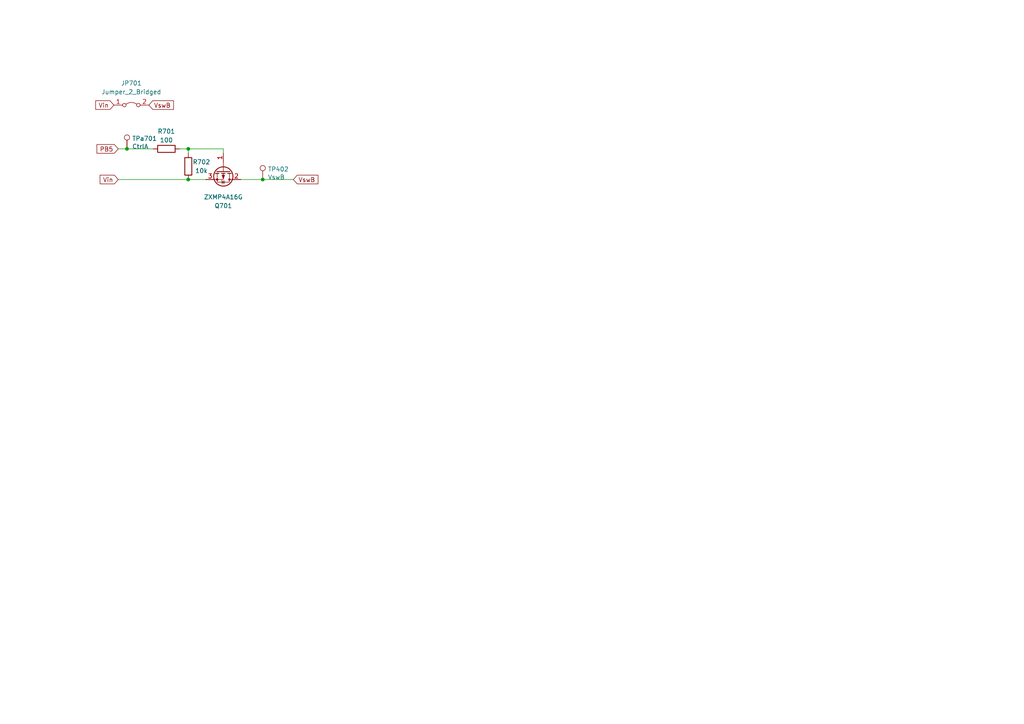
<source format=kicad_sch>
(kicad_sch (version 20211123) (generator eeschema)
  (paper "A4")
  (lib_symbols
    (symbol "Connector:TestPoint" (pin_numbers hide) (pin_names (offset 0.762) hide)
      (property "Reference" "TP" (at 0 6.858 0))
      (property "Value" "TestPoint" (at 0 5.08 0))
      (symbol "TestPoint_0_1"
        (circle (center 0 3.302) (radius 0.762))
      )
      (symbol "TestPoint_1_1"
        (pin passive line (at 0 0 90) (length 2.54) (name "1") (number "1"))
      )
    )
    (symbol "Device:R" (pin_numbers hide) (pin_names (offset 0))
      (property "Reference" "R" (at 2.032 0 90))
      (property "Value" "R" (at 0 0 90))
      (symbol "R_0_1"
        (rectangle (start -1.016 -2.54) (end 1.016 2.54) (stroke (width 0.254)))
      )
      (symbol "R_1_1"
        (pin passive line (at 0 3.81 270) (length 1.27) (name "~") (number "1"))
        (pin passive line (at 0 -3.81 90) (length 1.27) (name "~") (number "2"))
      )
    )
    (symbol "Jumper:Jumper_2_Bridged" (pin_names (offset 0) hide)
      (property "Reference" "JP" (at 0 1.905 0))
      (property "Value" "Jumper_2_Bridged" (at 0 -2.54 0))
      (symbol "Jumper_2_Bridged_0_0"
        (circle (center -2.032 0) (radius 0.508))
        (circle (center 2.032 0) (radius 0.508))
      )
      (symbol "Jumper_2_Bridged_0_1"
        (arc (start 1.524 0.254) (mid 0 0.762) (end -1.524 0.254))
      )
      (symbol "Jumper_2_Bridged_1_1"
        (pin passive line (at -5.08 0 0) (length 2.54) (name "A") (number "1"))
        (pin passive line (at 5.08 0 180) (length 2.54) (name "B") (number "2"))
      )
    )
    (symbol "Transistor_FET:ZXMP4A16G" (pin_names hide)
      (property "Reference" "Q" (at 5.08 1.905 0))
      (property "Value" "ZXMP4A16G" (at 5.08 0 0))
      (symbol "ZXMP4A16G_0_1"
        (polyline (pts (xy 0.254 0) (xy -2.54 0)))
        (polyline (pts (xy 0.254 1.905) (xy 0.254 -1.905)) (stroke (width 0.254)))
        (polyline (pts (xy 0.762 -1.27) (xy 0.762 -2.286)) (stroke (width 0.254)))
        (polyline (pts (xy 0.762 0.508) (xy 0.762 -0.508)) (stroke (width 0.254)))
        (polyline (pts (xy 0.762 2.286) (xy 0.762 1.27)) (stroke (width 0.254)))
        (polyline (pts (xy 2.54 2.54) (xy 2.54 1.778)))
        (polyline (pts (xy 2.54 -2.54) (xy 2.54 0) (xy 0.762 0)))
        (polyline (pts (xy 0.762 1.778) (xy 3.302 1.778) (xy 3.302 -1.778) (xy 0.762 -1.778)))
        (polyline (pts (xy 2.286 0) (xy 1.27 0.381) (xy 1.27 -0.381) (xy 2.286 0)) (fill (type outline)))
        (polyline (pts (xy 2.794 -0.508) (xy 2.921 -0.381) (xy 3.683 -0.381) (xy 3.81 -0.254)))
        (polyline (pts (xy 3.302 -0.381) (xy 2.921 0.254) (xy 3.683 0.254) (xy 3.302 -0.381)))
        (circle (center 1.651 0) (radius 2.794) (stroke (width 0.254)))
        (circle (center 2.54 -1.778) (radius 0.254) (fill (type outline)))
        (circle (center 2.54 1.778) (radius 0.254) (fill (type outline)))
      )
      (symbol "ZXMP4A16G_1_1"
        (pin input line (at -5.08 0 0) (length 2.54) (name "G") (number "1"))
        (pin passive line (at 2.54 5.08 270) (length 2.54) (name "D") (number "2"))
        (pin passive line (at 2.54 -5.08 90) (length 2.54) (name "S") (number "3"))
      )
    )
  )
  (junction (at 36.83 43.18))
  (junction (at 76.2 52.07))
  (junction (at 54.61 43.18))
  (junction (at 54.61 52.07))
  (wire (pts (xy 34.29 52.07) (xy 54.61 52.07)))
  (wire (pts (xy 52.07 43.18) (xy 54.61 43.18)))
  (wire (pts (xy 34.29 43.18) (xy 36.83 43.18)))
  (wire (pts (xy 54.61 44.45) (xy 54.61 43.18)))
  (wire (pts (xy 36.83 43.18) (xy 44.45 43.18)))
  (wire (pts (xy 64.77 43.18) (xy 64.77 44.45)))
  (wire (pts (xy 76.2 52.07) (xy 85.09 52.07)))
  (wire (pts (xy 54.61 52.07) (xy 59.69 52.07)))
  (wire (pts (xy 69.85 52.07) (xy 76.2 52.07)))
  (wire (pts (xy 54.61 43.18) (xy 64.77 43.18)))
  (global_label "PB5" (shape input) (at 34.29 43.18 180) (property "Intersheet References" "${INTERSHEET_REFS}" (effects hide)))
  (global_label "Vin" (shape input) (at 34.29 52.07 180) (property "Intersheet References" "${INTERSHEET_REFS}" (effects hide)))
  (global_label "VswB" (shape input) (at 85.09 52.07 0) (property "Intersheet References" "${INTERSHEET_REFS}" (effects hide)))
  (global_label "Vin" (shape input) (at 33.02 30.48 180) (property "Intersheet References" "${INTERSHEET_REFS}" (effects hide)))
  (global_label "VswB" (shape input) (at 43.18 30.48 0) (property "Intersheet References" "${INTERSHEET_REFS}" (effects hide)))
  (symbol (lib_id "Connector:TestPoint") (at 36.83 43.18 0) (unit 1) (in_bom no)
    (property "Reference" "TPa701" (at 38.3032 40.1828 0) (effects (justify left)))
    (property "Value" "CtrlA" (at 38.3032 42.4942 0) (effects (justify left)))
    (property "Footprint" "tinker:TestPoint_THTPad_D1.0mm_Drill0.5mm" (effects hide))
  )
  (symbol (lib_id "Device:R") (at 48.26 43.18 90) (mirror x) (unit 1)
    (property "Reference" "R701" (at 48.26 38.1 90))
    (property "Value" "100" (at 48.26 40.64 90))
    (property "Footprint" "Resistor_SMD:R_0603_1608Metric" (effects hide))
    (property "LCSC" "C22775" (effects hide))
  )
  (symbol (lib_id "Transistor_FET:ZXMP4A16G") (at 64.77 49.53 270) (unit 1)
    (property "Reference" "Q701" (at 64.77 59.69 90))
    (property "Value" "ZXMP4A16G" (at 64.77 57.15 90))
    (property "Footprint" "Package_TO_SOT_SMD:SOT-223-3_TabPin2" (effects hide))
    (property "Datasheet" "https://www.diodes.com/assets/Datasheets/ZXMP4A16G.pdf" (effects hide))
    (property "LCSC" "C141324" (effects hide))
  )
  (symbol (lib_id "Device:R") (at 54.61 48.26 0) (mirror x) (unit 1)
    (property "Reference" "R702" (at 58.42 46.99 0))
    (property "Value" "10k" (at 58.42 49.53 0))
    (property "Footprint" "Resistor_SMD:R_0603_1608Metric" (effects hide))
    (property "LCSC" "C25804" (effects hide))
  )
  (symbol (lib_id "Connector:TestPoint") (at 76.2 52.07 0) (unit 1) (in_bom no)
    (property "Reference" "TP402" (at 77.6732 49.0728 0) (effects (justify left)))
    (property "Value" "VswB" (at 77.6732 51.3842 0) (effects (justify left)))
    (property "Footprint" "tinker:TestPoint_THTPad_D1.0mm_Drill0.5mm" (effects hide))
  )
  (symbol (lib_id "Jumper:Jumper_2_Bridged") (at 38.1 30.48 0) (unit 1) (in_bom no) (on_board no)
    (property "Reference" "JP701" (at 38.1 24.13 0))
    (property "Value" "Jumper_2_Bridged" (at 38.1 26.67 0))
    (property "Footprint" "Jumper:SolderJumper-2_P1.3mm_Bridged_RoundedPad1.0x1.5mm" (effects hide))
  )
)
</source>
